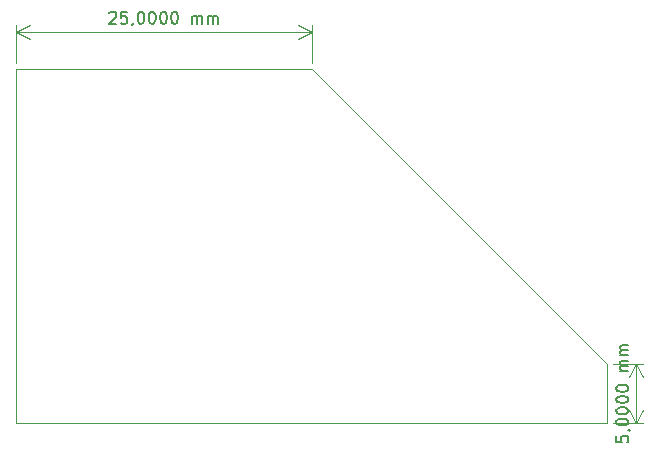
<source format=gbr>
%TF.GenerationSoftware,KiCad,Pcbnew,(6.0.8)*%
%TF.CreationDate,2023-03-11T21:42:28+01:00*%
%TF.ProjectId,RT5XP-EXP-Display,52543558-502d-4455-9850-2d446973706c,rev?*%
%TF.SameCoordinates,Original*%
%TF.FileFunction,Profile,NP*%
%FSLAX46Y46*%
G04 Gerber Fmt 4.6, Leading zero omitted, Abs format (unit mm)*
G04 Created by KiCad (PCBNEW (6.0.8)) date 2023-03-11 21:42:28*
%MOMM*%
%LPD*%
G01*
G04 APERTURE LIST*
%TA.AperFunction,Profile*%
%ADD10C,0.100000*%
%TD*%
%ADD11C,0.150000*%
G04 APERTURE END LIST*
D10*
X0Y0D02*
X25000000Y0D01*
X0Y-30000000D02*
X0Y0D01*
X50000000Y-30000000D02*
X0Y-30000000D01*
X50000000Y-25000000D02*
X50000000Y-30000000D01*
X50000000Y-25000000D02*
X25000000Y0D01*
D11*
X50802380Y-31119047D02*
X50802380Y-31595238D01*
X51278571Y-31642857D01*
X51230952Y-31595238D01*
X51183333Y-31500000D01*
X51183333Y-31261904D01*
X51230952Y-31166666D01*
X51278571Y-31119047D01*
X51373809Y-31071428D01*
X51611904Y-31071428D01*
X51707142Y-31119047D01*
X51754761Y-31166666D01*
X51802380Y-31261904D01*
X51802380Y-31500000D01*
X51754761Y-31595238D01*
X51707142Y-31642857D01*
X51754761Y-30595238D02*
X51802380Y-30595238D01*
X51897619Y-30642857D01*
X51945238Y-30690476D01*
X50802380Y-29976190D02*
X50802380Y-29880952D01*
X50850000Y-29785714D01*
X50897619Y-29738095D01*
X50992857Y-29690476D01*
X51183333Y-29642857D01*
X51421428Y-29642857D01*
X51611904Y-29690476D01*
X51707142Y-29738095D01*
X51754761Y-29785714D01*
X51802380Y-29880952D01*
X51802380Y-29976190D01*
X51754761Y-30071428D01*
X51707142Y-30119047D01*
X51611904Y-30166666D01*
X51421428Y-30214285D01*
X51183333Y-30214285D01*
X50992857Y-30166666D01*
X50897619Y-30119047D01*
X50850000Y-30071428D01*
X50802380Y-29976190D01*
X50802380Y-29023809D02*
X50802380Y-28928571D01*
X50850000Y-28833333D01*
X50897619Y-28785714D01*
X50992857Y-28738095D01*
X51183333Y-28690476D01*
X51421428Y-28690476D01*
X51611904Y-28738095D01*
X51707142Y-28785714D01*
X51754761Y-28833333D01*
X51802380Y-28928571D01*
X51802380Y-29023809D01*
X51754761Y-29119047D01*
X51707142Y-29166666D01*
X51611904Y-29214285D01*
X51421428Y-29261904D01*
X51183333Y-29261904D01*
X50992857Y-29214285D01*
X50897619Y-29166666D01*
X50850000Y-29119047D01*
X50802380Y-29023809D01*
X50802380Y-28071428D02*
X50802380Y-27976190D01*
X50850000Y-27880952D01*
X50897619Y-27833333D01*
X50992857Y-27785714D01*
X51183333Y-27738095D01*
X51421428Y-27738095D01*
X51611904Y-27785714D01*
X51707142Y-27833333D01*
X51754761Y-27880952D01*
X51802380Y-27976190D01*
X51802380Y-28071428D01*
X51754761Y-28166666D01*
X51707142Y-28214285D01*
X51611904Y-28261904D01*
X51421428Y-28309523D01*
X51183333Y-28309523D01*
X50992857Y-28261904D01*
X50897619Y-28214285D01*
X50850000Y-28166666D01*
X50802380Y-28071428D01*
X50802380Y-27119047D02*
X50802380Y-27023809D01*
X50850000Y-26928571D01*
X50897619Y-26880952D01*
X50992857Y-26833333D01*
X51183333Y-26785714D01*
X51421428Y-26785714D01*
X51611904Y-26833333D01*
X51707142Y-26880952D01*
X51754761Y-26928571D01*
X51802380Y-27023809D01*
X51802380Y-27119047D01*
X51754761Y-27214285D01*
X51707142Y-27261904D01*
X51611904Y-27309523D01*
X51421428Y-27357142D01*
X51183333Y-27357142D01*
X50992857Y-27309523D01*
X50897619Y-27261904D01*
X50850000Y-27214285D01*
X50802380Y-27119047D01*
X51802380Y-25595238D02*
X51135714Y-25595238D01*
X51230952Y-25595238D02*
X51183333Y-25547619D01*
X51135714Y-25452380D01*
X51135714Y-25309523D01*
X51183333Y-25214285D01*
X51278571Y-25166666D01*
X51802380Y-25166666D01*
X51278571Y-25166666D02*
X51183333Y-25119047D01*
X51135714Y-25023809D01*
X51135714Y-24880952D01*
X51183333Y-24785714D01*
X51278571Y-24738095D01*
X51802380Y-24738095D01*
X51802380Y-24261904D02*
X51135714Y-24261904D01*
X51230952Y-24261904D02*
X51183333Y-24214285D01*
X51135714Y-24119047D01*
X51135714Y-23976190D01*
X51183333Y-23880952D01*
X51278571Y-23833333D01*
X51802380Y-23833333D01*
X51278571Y-23833333D02*
X51183333Y-23785714D01*
X51135714Y-23690476D01*
X51135714Y-23547619D01*
X51183333Y-23452380D01*
X51278571Y-23404761D01*
X51802380Y-23404761D01*
D10*
X50500000Y-30000000D02*
X53086420Y-30000000D01*
X50500000Y-25000000D02*
X53086420Y-25000000D01*
X52500000Y-30000000D02*
X52500000Y-25000000D01*
X52500000Y-30000000D02*
X52500000Y-25000000D01*
X52500000Y-30000000D02*
X53086421Y-28873496D01*
X52500000Y-30000000D02*
X51913579Y-28873496D01*
X52500000Y-25000000D02*
X51913579Y-26126504D01*
X52500000Y-25000000D02*
X53086421Y-26126504D01*
D11*
X7880952Y4702380D02*
X7928571Y4750000D01*
X8023809Y4797619D01*
X8261904Y4797619D01*
X8357142Y4750000D01*
X8404761Y4702380D01*
X8452380Y4607142D01*
X8452380Y4511904D01*
X8404761Y4369047D01*
X7833333Y3797619D01*
X8452380Y3797619D01*
X9357142Y4797619D02*
X8880952Y4797619D01*
X8833333Y4321428D01*
X8880952Y4369047D01*
X8976190Y4416666D01*
X9214285Y4416666D01*
X9309523Y4369047D01*
X9357142Y4321428D01*
X9404761Y4226190D01*
X9404761Y3988095D01*
X9357142Y3892857D01*
X9309523Y3845238D01*
X9214285Y3797619D01*
X8976190Y3797619D01*
X8880952Y3845238D01*
X8833333Y3892857D01*
X9880952Y3845238D02*
X9880952Y3797619D01*
X9833333Y3702380D01*
X9785714Y3654761D01*
X10499999Y4797619D02*
X10595238Y4797619D01*
X10690476Y4750000D01*
X10738095Y4702380D01*
X10785714Y4607142D01*
X10833333Y4416666D01*
X10833333Y4178571D01*
X10785714Y3988095D01*
X10738095Y3892857D01*
X10690476Y3845238D01*
X10595238Y3797619D01*
X10499999Y3797619D01*
X10404761Y3845238D01*
X10357142Y3892857D01*
X10309523Y3988095D01*
X10261904Y4178571D01*
X10261904Y4416666D01*
X10309523Y4607142D01*
X10357142Y4702380D01*
X10404761Y4750000D01*
X10499999Y4797619D01*
X11452380Y4797619D02*
X11547619Y4797619D01*
X11642857Y4750000D01*
X11690476Y4702380D01*
X11738095Y4607142D01*
X11785714Y4416666D01*
X11785714Y4178571D01*
X11738095Y3988095D01*
X11690476Y3892857D01*
X11642857Y3845238D01*
X11547619Y3797619D01*
X11452380Y3797619D01*
X11357142Y3845238D01*
X11309523Y3892857D01*
X11261904Y3988095D01*
X11214285Y4178571D01*
X11214285Y4416666D01*
X11261904Y4607142D01*
X11309523Y4702380D01*
X11357142Y4750000D01*
X11452380Y4797619D01*
X12404761Y4797619D02*
X12499999Y4797619D01*
X12595238Y4750000D01*
X12642857Y4702380D01*
X12690476Y4607142D01*
X12738095Y4416666D01*
X12738095Y4178571D01*
X12690476Y3988095D01*
X12642857Y3892857D01*
X12595238Y3845238D01*
X12499999Y3797619D01*
X12404761Y3797619D01*
X12309523Y3845238D01*
X12261904Y3892857D01*
X12214285Y3988095D01*
X12166666Y4178571D01*
X12166666Y4416666D01*
X12214285Y4607142D01*
X12261904Y4702380D01*
X12309523Y4750000D01*
X12404761Y4797619D01*
X13357142Y4797619D02*
X13452380Y4797619D01*
X13547619Y4750000D01*
X13595238Y4702380D01*
X13642857Y4607142D01*
X13690476Y4416666D01*
X13690476Y4178571D01*
X13642857Y3988095D01*
X13595238Y3892857D01*
X13547619Y3845238D01*
X13452380Y3797619D01*
X13357142Y3797619D01*
X13261904Y3845238D01*
X13214285Y3892857D01*
X13166666Y3988095D01*
X13119047Y4178571D01*
X13119047Y4416666D01*
X13166666Y4607142D01*
X13214285Y4702380D01*
X13261904Y4750000D01*
X13357142Y4797619D01*
X14880952Y3797619D02*
X14880952Y4464285D01*
X14880952Y4369047D02*
X14928571Y4416666D01*
X15023809Y4464285D01*
X15166666Y4464285D01*
X15261904Y4416666D01*
X15309523Y4321428D01*
X15309523Y3797619D01*
X15309523Y4321428D02*
X15357142Y4416666D01*
X15452380Y4464285D01*
X15595238Y4464285D01*
X15690476Y4416666D01*
X15738095Y4321428D01*
X15738095Y3797619D01*
X16214285Y3797619D02*
X16214285Y4464285D01*
X16214285Y4369047D02*
X16261904Y4416666D01*
X16357142Y4464285D01*
X16500000Y4464285D01*
X16595238Y4416666D01*
X16642857Y4321428D01*
X16642857Y3797619D01*
X16642857Y4321428D02*
X16690476Y4416666D01*
X16785714Y4464285D01*
X16928571Y4464285D01*
X17023809Y4416666D01*
X17071428Y4321428D01*
X17071428Y3797619D01*
D10*
X0Y500000D02*
X0Y3686420D01*
X25000000Y500000D02*
X25000000Y3686420D01*
X0Y3100000D02*
X25000000Y3100000D01*
X0Y3100000D02*
X25000000Y3100000D01*
X0Y3100000D02*
X1126504Y2513579D01*
X0Y3100000D02*
X1126504Y3686421D01*
X25000000Y3100000D02*
X23873496Y3686421D01*
X25000000Y3100000D02*
X23873496Y2513579D01*
M02*

</source>
